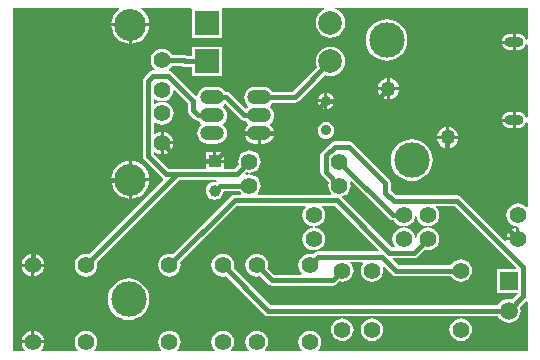
<source format=gbl>
%FSLAX44Y44*%
%MOMM*%
G71*
G01*
G75*
G04 Layer_Physical_Order=2*
G04 Layer_Color=16711680*
%ADD10R,1.4000X1.6000*%
%ADD11R,1.9000X1.9000*%
%ADD12R,1.3500X0.4000*%
%ADD13C,0.4000*%
%ADD14O,1.6000X0.9000*%
%ADD15O,2.0000X1.2500*%
%ADD16O,2.0000X1.2500*%
%ADD17C,1.4000*%
%ADD18C,2.7000*%
%ADD19R,2.0000X2.0000*%
%ADD20C,2.0000*%
%ADD21C,0.9000*%
%ADD22R,1.0000X1.0000*%
%ADD23C,1.0000*%
%ADD24C,1.5000*%
%ADD25R,1.5000X1.5000*%
%ADD26C,3.0000*%
%ADD27C,1.2700*%
G36*
X818650Y798789D02*
X817405Y798541D01*
X816780Y800051D01*
X815651Y801521D01*
X814181Y802650D01*
X812468Y803359D01*
X810630Y803601D01*
X808400D01*
Y796497D01*
Y789399D01*
X810630D01*
X812468Y789641D01*
X814181Y790351D01*
X815651Y791479D01*
X816780Y792950D01*
X817405Y794459D01*
X818650Y794211D01*
Y732789D01*
X817405Y732541D01*
X816780Y734050D01*
X815651Y735521D01*
X814181Y736649D01*
X812468Y737359D01*
X810630Y737601D01*
X808400D01*
Y730497D01*
Y723399D01*
X810630D01*
X812468Y723641D01*
X814181Y724351D01*
X815651Y725479D01*
X816780Y726950D01*
X817405Y728459D01*
X818650Y728211D01*
Y656952D01*
X817448Y656544D01*
X817064Y657044D01*
X815071Y658573D01*
X812750Y659534D01*
X810260Y659862D01*
X807770Y659534D01*
X805449Y658573D01*
X803456Y657044D01*
X801927Y655051D01*
X800966Y652730D01*
X800638Y650240D01*
X800966Y647750D01*
X801927Y645429D01*
X803456Y643436D01*
X805449Y641907D01*
X807770Y640946D01*
X809521Y640715D01*
Y639445D01*
X810260Y639543D01*
X811530Y639376D01*
Y629917D01*
X810263D01*
Y628650D01*
X800804D01*
X800797Y628706D01*
X799658Y628145D01*
X762352Y665451D01*
X760850Y666455D01*
X759079Y666807D01*
X759079Y666807D01*
X707021D01*
X702869Y670959D01*
Y677424D01*
X702869Y677424D01*
X702516Y679195D01*
X701513Y680697D01*
X670912Y711298D01*
X669410Y712302D01*
X667639Y712654D01*
X667639Y712654D01*
X655193D01*
X655193Y712654D01*
X653422Y712302D01*
X651920Y711298D01*
X644427Y703805D01*
X643423Y702303D01*
X643071Y700532D01*
X643071Y700532D01*
Y686721D01*
X643071Y686721D01*
X643423Y684949D01*
X644427Y683447D01*
X650141Y677733D01*
X650066Y677551D01*
X649738Y675060D01*
X650066Y672570D01*
X651027Y670249D01*
X652404Y668454D01*
X651843Y667315D01*
X590677D01*
X590116Y668454D01*
X591493Y670249D01*
X592455Y672570D01*
X592782Y675060D01*
X592455Y677551D01*
X591493Y679872D01*
X589964Y681864D01*
X587971Y683393D01*
X585651Y684355D01*
X583160Y684683D01*
X580670Y684355D01*
X580282Y684194D01*
X579576Y685250D01*
X580488Y686161D01*
X580670Y686086D01*
X583160Y685758D01*
X585651Y686086D01*
X587971Y687047D01*
X589964Y688576D01*
X591493Y690569D01*
X592455Y692890D01*
X592782Y695380D01*
X592455Y697871D01*
X591493Y700191D01*
X589964Y702184D01*
X587971Y703714D01*
X585651Y704675D01*
X583160Y705003D01*
X580670Y704675D01*
X578349Y703714D01*
X576356Y702184D01*
X574827Y700191D01*
X573866Y697871D01*
X573538Y695380D01*
X573866Y692890D01*
X573941Y692708D01*
X570392Y689159D01*
X561260D01*
Y694290D01*
X546180D01*
Y689159D01*
X514743D01*
X502215Y701687D01*
Y703111D01*
X503354Y703672D01*
X504399Y702870D01*
X506720Y701909D01*
X507940Y701748D01*
Y711201D01*
Y720659D01*
X506720Y720498D01*
X504399Y719537D01*
X503354Y718735D01*
X502215Y719297D01*
Y728111D01*
X503354Y728672D01*
X504399Y727871D01*
X506720Y726909D01*
X509210Y726581D01*
X511701Y726909D01*
X514021Y727871D01*
X516014Y729400D01*
X517543Y731393D01*
X518504Y733713D01*
X518832Y736204D01*
X518504Y738694D01*
X517543Y741015D01*
X516014Y743008D01*
X514021Y744537D01*
X511701Y745498D01*
X509210Y745826D01*
X506720Y745498D01*
X504399Y744537D01*
X503354Y743735D01*
X502215Y744297D01*
Y748111D01*
X503354Y748672D01*
X504399Y747871D01*
X506720Y746909D01*
X509210Y746581D01*
X511701Y746909D01*
X514021Y747871D01*
X516014Y749400D01*
X517543Y751393D01*
X518504Y753713D01*
X518716Y755319D01*
X519919Y755727D01*
X530803Y744843D01*
Y738838D01*
X530803Y738838D01*
X531155Y737067D01*
X532159Y735565D01*
X536477Y731247D01*
X536477Y731247D01*
X537979Y730244D01*
X539750Y729891D01*
X540192D01*
X541451Y728251D01*
X542358Y727555D01*
Y726285D01*
X541451Y725589D01*
X540042Y723753D01*
X539156Y721615D01*
X538854Y719320D01*
X539156Y717025D01*
X540042Y714887D01*
X541451Y713051D01*
X543287Y711642D01*
X545425Y710756D01*
X547720Y710454D01*
X555220D01*
X557515Y710756D01*
X559653Y711642D01*
X561489Y713051D01*
X562898Y714887D01*
X563784Y717025D01*
X564086Y719320D01*
X563784Y721615D01*
X562898Y723753D01*
X561489Y725589D01*
X560582Y726285D01*
Y727555D01*
X561489Y728251D01*
X562898Y730087D01*
X563784Y732226D01*
X564086Y734520D01*
X563784Y736815D01*
X562898Y738953D01*
X561489Y740789D01*
X560582Y741485D01*
Y742755D01*
X561489Y743451D01*
X561710Y743739D01*
X562978Y743822D01*
X575553Y731247D01*
X575553Y731247D01*
X577054Y730244D01*
X577054Y730244D01*
X577054Y730244D01*
D01*
X577054Y730244D01*
X577054Y730244D01*
X578826Y729891D01*
X578826Y729891D01*
X579992D01*
X581251Y728251D01*
X582158Y727555D01*
Y726285D01*
X581251Y725589D01*
X579842Y723753D01*
X578956Y721615D01*
X578821Y720590D01*
X603718D01*
X603584Y721615D01*
X602698Y723753D01*
X601289Y725589D01*
X600382Y726285D01*
Y727555D01*
X601289Y728251D01*
X602698Y730087D01*
X603584Y732226D01*
X603886Y734520D01*
X603584Y736815D01*
X602698Y738953D01*
X601289Y740789D01*
X600382Y741485D01*
Y742755D01*
X601289Y743451D01*
X602547Y745091D01*
X621390D01*
X621390Y745091D01*
X623162Y745443D01*
X624663Y746447D01*
X646771Y768555D01*
X648466Y767853D01*
X651740Y767422D01*
X655014Y767853D01*
X658064Y769116D01*
X660684Y771126D01*
X662694Y773746D01*
X663957Y776796D01*
X664388Y780070D01*
X663957Y783344D01*
X662694Y786394D01*
X660684Y789014D01*
X658064Y791024D01*
X655014Y792287D01*
X651740Y792718D01*
X648466Y792287D01*
X645416Y791024D01*
X642796Y789014D01*
X640787Y786394D01*
X639523Y783344D01*
X639092Y780070D01*
X639523Y776796D01*
X640225Y775101D01*
X619473Y754349D01*
X602547D01*
X601289Y755989D01*
X599453Y757398D01*
X597314Y758284D01*
X595020Y758586D01*
X587520D01*
X585225Y758284D01*
X583087Y757398D01*
X581251Y755989D01*
X579842Y754153D01*
X578956Y752015D01*
X578654Y749720D01*
X578956Y747426D01*
X579842Y745287D01*
X581251Y743451D01*
X582158Y742755D01*
Y741485D01*
X581251Y740789D01*
X580905Y740338D01*
X579637Y740255D01*
X566899Y752993D01*
X565397Y753997D01*
X563626Y754349D01*
X563626Y754349D01*
X562748D01*
X561489Y755989D01*
X559653Y757398D01*
X557515Y758284D01*
X555220Y758586D01*
X547720D01*
X545425Y758284D01*
X543287Y757398D01*
X541451Y755989D01*
X540042Y754153D01*
X539156Y752015D01*
X539061Y751289D01*
X537858Y750880D01*
X517623Y771115D01*
X516121Y772119D01*
X514350Y772471D01*
X514350Y772472D01*
X514350Y773122D01*
X516014Y774399D01*
X517543Y776392D01*
X517619Y776574D01*
X525751D01*
X526920Y775794D01*
X526920Y775793D01*
X526920Y775794D01*
D01*
X526920Y775793D01*
X526920Y775794D01*
X528691Y775441D01*
X534600D01*
Y767530D01*
X559680D01*
Y792610D01*
X534600D01*
Y784699D01*
X530498D01*
X529329Y785480D01*
X527558Y785832D01*
X527558Y785832D01*
X517619D01*
X517543Y786015D01*
X516014Y788007D01*
X514021Y789537D01*
X511701Y790498D01*
X509210Y790826D01*
X506720Y790498D01*
X504399Y789537D01*
X502406Y788007D01*
X500877Y786015D01*
X499916Y783694D01*
X499588Y781203D01*
X499916Y778713D01*
X500877Y776392D01*
X502406Y774399D01*
X503352Y773674D01*
X502944Y772471D01*
X501650D01*
X501650Y772471D01*
X499879Y772119D01*
X498377Y771115D01*
X498377Y771115D01*
X494313Y767051D01*
X493309Y765549D01*
X492957Y763778D01*
X492957Y763778D01*
Y699770D01*
X492957Y699770D01*
X493309Y697999D01*
X494313Y696497D01*
X509553Y681257D01*
X509553Y681257D01*
X510056Y680921D01*
X510181Y679657D01*
X447373Y616849D01*
X447191Y616924D01*
X444700Y617252D01*
X442210Y616924D01*
X439889Y615963D01*
X437896Y614434D01*
X436367Y612441D01*
X435406Y610120D01*
X435078Y607630D01*
X435406Y605140D01*
X436367Y602819D01*
X437896Y600826D01*
X439889Y599297D01*
X442210Y598335D01*
X444700Y598008D01*
X447191Y598335D01*
X449511Y599297D01*
X451504Y600826D01*
X453033Y602819D01*
X453995Y605140D01*
X454323Y607630D01*
X453995Y610120D01*
X453919Y610303D01*
X523517Y679901D01*
X555106D01*
X555372Y679024D01*
X554550Y678056D01*
X553720Y678165D01*
X551752Y677906D01*
X549917Y677146D01*
X548342Y675938D01*
X547134Y674362D01*
X546374Y672528D01*
X546115Y670560D01*
X546374Y668592D01*
X547134Y666758D01*
X548342Y665182D01*
X549917Y663974D01*
X551752Y663214D01*
X553720Y662955D01*
X555688Y663214D01*
X557523Y663974D01*
X559098Y665182D01*
X560306Y666758D01*
X561066Y668592D01*
X561308Y670431D01*
X574752D01*
X574827Y670249D01*
X576204Y668454D01*
X575643Y667315D01*
X570486D01*
X570486Y667315D01*
X568715Y666963D01*
X567213Y665959D01*
X567213Y665959D01*
X518103Y616849D01*
X517920Y616924D01*
X515430Y617252D01*
X512940Y616924D01*
X510619Y615963D01*
X508626Y614434D01*
X507097Y612441D01*
X506136Y610120D01*
X505808Y607630D01*
X506136Y605140D01*
X507097Y602819D01*
X508626Y600826D01*
X510619Y599297D01*
X512940Y598335D01*
X515430Y598008D01*
X517920Y598335D01*
X520241Y599297D01*
X522234Y600826D01*
X523763Y602819D01*
X524725Y605140D01*
X525052Y607630D01*
X524725Y610120D01*
X524649Y610303D01*
X572403Y658057D01*
X630078D01*
X630639Y656918D01*
X629207Y655051D01*
X628246Y652730D01*
X627918Y650240D01*
X628246Y647750D01*
X629207Y645429D01*
X630736Y643436D01*
X632729Y641907D01*
X635050Y640946D01*
X636801Y640715D01*
Y639445D01*
X635050Y639214D01*
X632729Y638253D01*
X630736Y636724D01*
X629207Y634731D01*
X628246Y632410D01*
X627918Y629920D01*
X628246Y627430D01*
X629207Y625109D01*
X630736Y623116D01*
X632729Y621587D01*
X635050Y620626D01*
X637540Y620298D01*
X640030Y620626D01*
X642351Y621587D01*
X644344Y623116D01*
X645873Y625109D01*
X646834Y627430D01*
X647162Y629920D01*
X646834Y632410D01*
X645873Y634731D01*
X644344Y636724D01*
X642351Y638253D01*
X640030Y639214D01*
X638279Y639445D01*
Y640715D01*
X640030Y640946D01*
X642351Y641907D01*
X644344Y643436D01*
X645873Y645429D01*
X646834Y647750D01*
X647162Y650240D01*
X646834Y652730D01*
X645873Y655051D01*
X644344Y657044D01*
X644688Y658057D01*
X655181D01*
X692755Y620482D01*
X692269Y619309D01*
X641180D01*
X641180Y619309D01*
X639408Y618957D01*
X637907Y617953D01*
X637907Y617953D01*
X636802Y616849D01*
X636620Y616924D01*
X634130Y617252D01*
X631639Y616924D01*
X629319Y615963D01*
X627326Y614434D01*
X625797Y612441D01*
X624835Y610120D01*
X624507Y607630D01*
X624835Y605140D01*
X625797Y602819D01*
X627326Y600826D01*
X627491Y600700D01*
X627082Y599497D01*
X603809D01*
X598349Y604957D01*
X598424Y605140D01*
X598752Y607630D01*
X598424Y610120D01*
X597463Y612441D01*
X595934Y614434D01*
X593941Y615963D01*
X591620Y616924D01*
X589130Y617252D01*
X586639Y616924D01*
X584319Y615963D01*
X582326Y614434D01*
X580797Y612441D01*
X579835Y610120D01*
X579507Y607630D01*
X579835Y605140D01*
X580797Y602819D01*
X582326Y600826D01*
X584319Y599297D01*
X586639Y598335D01*
X589130Y598008D01*
X591620Y598335D01*
X591802Y598411D01*
X598618Y591595D01*
X598618Y591595D01*
X599519Y590993D01*
X600120Y590591D01*
X601892Y590239D01*
X653637D01*
X653637Y590239D01*
X655409Y590591D01*
X656911Y591595D01*
X659197Y593881D01*
X659379Y593806D01*
X661870Y593478D01*
X664360Y593806D01*
X666681Y594767D01*
X668674Y596296D01*
X670203Y598289D01*
X671164Y600610D01*
X671492Y603100D01*
X671164Y605591D01*
X670203Y607911D01*
X668674Y609904D01*
X668724Y610051D01*
X678743D01*
X679305Y608912D01*
X678537Y607911D01*
X677575Y605591D01*
X677247Y603100D01*
X677575Y600610D01*
X678537Y598289D01*
X680066Y596296D01*
X682059Y594767D01*
X684379Y593806D01*
X686870Y593478D01*
X689360Y593806D01*
X691681Y594767D01*
X693674Y596296D01*
X695203Y598289D01*
X696164Y600610D01*
X696492Y603100D01*
X696164Y605591D01*
X695968Y606063D01*
X697024Y606769D01*
X703967Y599827D01*
X705468Y598824D01*
X707240Y598471D01*
X707240Y598471D01*
X753461D01*
X753537Y598289D01*
X755066Y596296D01*
X757059Y594767D01*
X759380Y593806D01*
X761870Y593478D01*
X764360Y593806D01*
X766681Y594767D01*
X768674Y596296D01*
X770203Y598289D01*
X771164Y600610D01*
X771492Y603100D01*
X771164Y605591D01*
X770203Y607911D01*
X768674Y609904D01*
X766681Y611433D01*
X764360Y612395D01*
X761870Y612722D01*
X759380Y612395D01*
X757059Y611433D01*
X755066Y609904D01*
X753537Y607911D01*
X753461Y607729D01*
X709157D01*
X704452Y612434D01*
X704938Y613607D01*
X722376D01*
X722376Y613607D01*
X724147Y613959D01*
X725649Y614963D01*
X731387Y620701D01*
X731570Y620626D01*
X734060Y620298D01*
X736550Y620626D01*
X738871Y621587D01*
X740864Y623116D01*
X742393Y625109D01*
X743354Y627430D01*
X743682Y629920D01*
X743354Y632410D01*
X742393Y634731D01*
X740864Y636724D01*
X738871Y638253D01*
X736550Y639214D01*
X734060Y639542D01*
X731570Y639214D01*
X729249Y638253D01*
X727256Y636724D01*
X725727Y634731D01*
X724766Y632410D01*
X724535Y630659D01*
X723265D01*
X723034Y632410D01*
X722073Y634731D01*
X720544Y636724D01*
X718551Y638253D01*
X716230Y639214D01*
X713740Y639542D01*
X711250Y639214D01*
X708929Y638253D01*
X706936Y636724D01*
X705407Y634731D01*
X704446Y632410D01*
X704118Y629920D01*
X704446Y627430D01*
X705407Y625109D01*
X706255Y624004D01*
X705693Y622865D01*
X703465D01*
X661525Y664806D01*
X661851Y665766D01*
X664171Y666727D01*
X666164Y668256D01*
X667693Y670249D01*
X668655Y672570D01*
X668982Y675060D01*
X668655Y677551D01*
X668494Y677939D01*
X669550Y678644D01*
X701227Y646967D01*
X702729Y645963D01*
X704501Y645611D01*
X704501Y645611D01*
X705331D01*
X705407Y645429D01*
X706936Y643436D01*
X708929Y641907D01*
X711250Y640946D01*
X713740Y640618D01*
X716230Y640946D01*
X718551Y641907D01*
X720544Y643436D01*
X722073Y645429D01*
X723034Y647750D01*
X723265Y649501D01*
X724535D01*
X724766Y647750D01*
X725727Y645429D01*
X727256Y643436D01*
X729249Y641907D01*
X731570Y640946D01*
X734060Y640618D01*
X736550Y640946D01*
X738871Y641907D01*
X740864Y643436D01*
X742393Y645429D01*
X743354Y647750D01*
X743682Y650240D01*
X743354Y652730D01*
X742393Y655051D01*
X740864Y657044D01*
X741035Y657549D01*
X757162D01*
X809137Y605573D01*
X808651Y604400D01*
X792600D01*
Y584320D01*
X810203D01*
Y583069D01*
X805695Y578562D01*
X805261Y578742D01*
X802640Y579087D01*
X800019Y578742D01*
X797577Y577730D01*
X795479Y576121D01*
X793870Y574023D01*
X793690Y573589D01*
X601017D01*
X569649Y604957D01*
X569724Y605140D01*
X570052Y607630D01*
X569724Y610120D01*
X568763Y612441D01*
X567234Y614434D01*
X565241Y615963D01*
X562920Y616924D01*
X560430Y617252D01*
X557939Y616924D01*
X555619Y615963D01*
X553626Y614434D01*
X552096Y612441D01*
X551135Y610120D01*
X550807Y607630D01*
X551135Y605140D01*
X552096Y602819D01*
X553626Y600826D01*
X555619Y599297D01*
X557939Y598335D01*
X560430Y598008D01*
X562920Y598335D01*
X563102Y598411D01*
X595826Y565687D01*
X595826Y565687D01*
X597328Y564683D01*
X597328Y564683D01*
X597328Y564683D01*
D01*
X597328Y564683D01*
X597328Y564683D01*
X599100Y564331D01*
X793690D01*
X793870Y563897D01*
X795479Y561799D01*
X797577Y560190D01*
X800019Y559178D01*
X802640Y558833D01*
X805261Y559178D01*
X807703Y560190D01*
X809801Y561799D01*
X811410Y563897D01*
X812422Y566339D01*
X812767Y568960D01*
X812422Y571581D01*
X812242Y572015D01*
X817477Y577251D01*
X818650Y576765D01*
Y534600D01*
X641311D01*
X640903Y535802D01*
X640934Y535826D01*
X642463Y537819D01*
X643424Y540139D01*
X643752Y542630D01*
X643424Y545120D01*
X642463Y547441D01*
X640934Y549434D01*
X638941Y550963D01*
X636620Y551924D01*
X634130Y552252D01*
X631639Y551924D01*
X629319Y550963D01*
X627326Y549434D01*
X625797Y547441D01*
X624835Y545120D01*
X624507Y542630D01*
X624835Y540139D01*
X625797Y537819D01*
X627326Y535826D01*
X627357Y535802D01*
X626948Y534600D01*
X596311D01*
X595903Y535802D01*
X595934Y535826D01*
X597463Y537819D01*
X598424Y540139D01*
X598752Y542630D01*
X598424Y545120D01*
X597463Y547441D01*
X595934Y549434D01*
X593941Y550963D01*
X591620Y551924D01*
X589130Y552252D01*
X586639Y551924D01*
X584319Y550963D01*
X582326Y549434D01*
X580797Y547441D01*
X579835Y545120D01*
X579507Y542630D01*
X579835Y540139D01*
X580797Y537819D01*
X582326Y535826D01*
X582356Y535802D01*
X581948Y534600D01*
X567611D01*
X567203Y535802D01*
X567234Y535826D01*
X568763Y537819D01*
X569724Y540139D01*
X570052Y542630D01*
X569724Y545120D01*
X568763Y547441D01*
X567234Y549434D01*
X565241Y550963D01*
X562920Y551924D01*
X560430Y552252D01*
X557939Y551924D01*
X555619Y550963D01*
X553626Y549434D01*
X552096Y547441D01*
X551135Y545120D01*
X550807Y542630D01*
X551135Y540139D01*
X552096Y537819D01*
X553626Y535826D01*
X553656Y535802D01*
X553248Y534600D01*
X522612D01*
X522203Y535802D01*
X522234Y535826D01*
X523763Y537819D01*
X524725Y540139D01*
X525052Y542630D01*
X524725Y545120D01*
X523763Y547441D01*
X522234Y549434D01*
X520241Y550963D01*
X517920Y551924D01*
X515430Y552252D01*
X512940Y551924D01*
X510619Y550963D01*
X508626Y549434D01*
X507097Y547441D01*
X506136Y545120D01*
X505808Y542630D01*
X506136Y540139D01*
X507097Y537819D01*
X508626Y535826D01*
X508657Y535802D01*
X508248Y534600D01*
X451882D01*
X451473Y535802D01*
X451504Y535826D01*
X453033Y537819D01*
X453995Y540139D01*
X454323Y542630D01*
X453995Y545120D01*
X453033Y547441D01*
X451504Y549434D01*
X449511Y550963D01*
X447191Y551924D01*
X444700Y552252D01*
X442210Y551924D01*
X439889Y550963D01*
X437896Y549434D01*
X436367Y547441D01*
X435406Y545120D01*
X435078Y542630D01*
X435406Y540139D01*
X436367Y537819D01*
X437896Y535826D01*
X437927Y535802D01*
X437519Y534600D01*
X406881D01*
X406473Y535802D01*
X406504Y535826D01*
X408033Y537819D01*
X408994Y540139D01*
X409155Y541360D01*
X390245D01*
X390406Y540139D01*
X391367Y537819D01*
X392896Y535826D01*
X392927Y535802D01*
X392519Y534600D01*
X382830D01*
Y825401D01*
X472340D01*
X472768Y824205D01*
X470813Y822600D01*
X468809Y820158D01*
X467319Y817371D01*
X466402Y814348D01*
X466217Y812473D01*
X498202D01*
X498018Y814348D01*
X497101Y817371D01*
X495611Y820158D01*
X493607Y822600D01*
X491164Y824605D01*
X491364Y825401D01*
X533702D01*
X534600Y824503D01*
Y800260D01*
X559680D01*
Y824503D01*
X559680Y824503D01*
D01*
D01*
X559680Y825340D01*
D01*
X559740Y825401D01*
X646136D01*
X646384Y824155D01*
X645416Y823754D01*
X642796Y821744D01*
X640787Y819125D01*
X639523Y816074D01*
X639092Y812801D01*
X639523Y809527D01*
X640787Y806476D01*
X642796Y803857D01*
X645416Y801847D01*
X648466Y800583D01*
X651740Y800152D01*
X655014Y800583D01*
X658064Y801847D01*
X660684Y803857D01*
X662694Y806476D01*
X663957Y809527D01*
X664388Y812801D01*
X663957Y816074D01*
X662694Y819125D01*
X660684Y821744D01*
X658064Y823754D01*
X655014Y825018D01*
X655039Y825401D01*
X818650D01*
Y798789D01*
D02*
G37*
%LPC*%
G36*
X480940Y695946D02*
X479066Y695761D01*
X476042Y694844D01*
X473255Y693355D01*
X470813Y691350D01*
X468809Y688908D01*
X467319Y686121D01*
X466402Y683098D01*
X466217Y681223D01*
X480940D01*
Y695946D01*
D02*
G37*
G36*
X483480D02*
Y681223D01*
X498202D01*
X498018Y683098D01*
X497101Y686121D01*
X495611Y688908D01*
X493607Y691350D01*
X491164Y693355D01*
X488378Y694844D01*
X485354Y695761D01*
X483480Y695946D01*
D02*
G37*
G36*
X720500Y714125D02*
X717062Y713786D01*
X713755Y712783D01*
X710708Y711154D01*
X708037Y708963D01*
X705845Y706292D01*
X704217Y703245D01*
X703214Y699939D01*
X702875Y696500D01*
X703214Y693062D01*
X704217Y689755D01*
X705845Y686708D01*
X708037Y684037D01*
X710708Y681845D01*
X713755Y680217D01*
X717062Y679214D01*
X720500Y678875D01*
X723939Y679214D01*
X727245Y680217D01*
X730292Y681845D01*
X732963Y684037D01*
X735154Y686708D01*
X736783Y689755D01*
X737786Y693062D01*
X738125Y696500D01*
X737786Y699939D01*
X736783Y703245D01*
X735154Y706292D01*
X732963Y708963D01*
X730292Y711154D01*
X727245Y712783D01*
X723939Y713786D01*
X720500Y714125D01*
D02*
G37*
G36*
X480940Y678683D02*
X466217D01*
X466402Y676809D01*
X467319Y673785D01*
X468809Y670999D01*
X470813Y668557D01*
X473255Y666552D01*
X476042Y665063D01*
X479066Y664146D01*
X480940Y663961D01*
Y678683D01*
D02*
G37*
G36*
X498202D02*
X483480D01*
Y663961D01*
X485354Y664146D01*
X488378Y665063D01*
X491164Y666552D01*
X493607Y668557D01*
X495611Y670999D01*
X497101Y673785D01*
X498018Y676809D01*
X498202Y678683D01*
D02*
G37*
G36*
X749690Y714440D02*
X742160D01*
X742299Y713389D01*
X743195Y711227D01*
X744620Y709370D01*
X746477Y707945D01*
X748639Y707049D01*
X749690Y706910D01*
Y714440D01*
D02*
G37*
G36*
X759760D02*
X752230D01*
Y706910D01*
X753281Y707049D01*
X755443Y707945D01*
X757300Y709370D01*
X758725Y711227D01*
X759621Y713389D01*
X759760Y714440D01*
D02*
G37*
G36*
X518665Y709934D02*
X510480D01*
Y701748D01*
X511701Y701909D01*
X514021Y702870D01*
X516014Y704400D01*
X517543Y706392D01*
X518504Y708713D01*
X518665Y709934D01*
D02*
G37*
G36*
X552450Y703100D02*
X546180D01*
Y696830D01*
X552450D01*
Y703100D01*
D02*
G37*
G36*
X561260D02*
X554990D01*
Y696830D01*
X561260D01*
Y703100D01*
D02*
G37*
G36*
X808990Y639375D02*
X807770Y639214D01*
X805449Y638253D01*
X803456Y636724D01*
X801927Y634731D01*
X800966Y632410D01*
X800805Y631190D01*
X808990D01*
Y639375D01*
D02*
G37*
G36*
X398430Y552085D02*
X397210Y551924D01*
X394889Y550963D01*
X392896Y549434D01*
X391367Y547441D01*
X390406Y545120D01*
X390245Y543900D01*
X398430D01*
Y552085D01*
D02*
G37*
G36*
X400970D02*
Y543900D01*
X409155D01*
X408994Y545120D01*
X408033Y547441D01*
X406504Y549434D01*
X404511Y550963D01*
X402190Y551924D01*
X400970Y552085D01*
D02*
G37*
G36*
X761870Y562722D02*
X759380Y562394D01*
X757059Y561433D01*
X755066Y559904D01*
X753537Y557911D01*
X752576Y555590D01*
X752248Y553100D01*
X752576Y550609D01*
X753537Y548289D01*
X755066Y546296D01*
X757059Y544767D01*
X759380Y543805D01*
X761870Y543477D01*
X764360Y543805D01*
X766681Y544767D01*
X768674Y546296D01*
X770203Y548289D01*
X771164Y550609D01*
X771492Y553100D01*
X771164Y555590D01*
X770203Y557911D01*
X768674Y559904D01*
X766681Y561433D01*
X764360Y562394D01*
X761870Y562722D01*
D02*
G37*
G36*
X661870D02*
X659379Y562394D01*
X657058Y561433D01*
X655066Y559904D01*
X653537Y557911D01*
X652575Y555590D01*
X652247Y553100D01*
X652575Y550609D01*
X653537Y548289D01*
X655066Y546296D01*
X657058Y544767D01*
X659379Y543805D01*
X661870Y543477D01*
X664360Y543805D01*
X666681Y544767D01*
X668674Y546296D01*
X670203Y548289D01*
X671164Y550609D01*
X671492Y553100D01*
X671164Y555590D01*
X670203Y557911D01*
X668674Y559904D01*
X666681Y561433D01*
X664360Y562394D01*
X661870Y562722D01*
D02*
G37*
G36*
X686870D02*
X684379Y562394D01*
X682059Y561433D01*
X680066Y559904D01*
X678537Y557911D01*
X677575Y555590D01*
X677247Y553100D01*
X677575Y550609D01*
X678537Y548289D01*
X680066Y546296D01*
X682059Y544767D01*
X684379Y543805D01*
X686870Y543477D01*
X689360Y543805D01*
X691681Y544767D01*
X693674Y546296D01*
X695203Y548289D01*
X696164Y550609D01*
X696492Y553100D01*
X696164Y555590D01*
X695203Y557911D01*
X693674Y559904D01*
X691681Y561433D01*
X689360Y562394D01*
X686870Y562722D01*
D02*
G37*
G36*
X398430Y617085D02*
X397210Y616924D01*
X394889Y615963D01*
X392896Y614434D01*
X391367Y612441D01*
X390406Y610120D01*
X390245Y608900D01*
X398430D01*
Y617085D01*
D02*
G37*
G36*
X400970D02*
Y608900D01*
X409155D01*
X408994Y610120D01*
X408033Y612441D01*
X406504Y614434D01*
X404511Y615963D01*
X402190Y616924D01*
X400970Y617085D01*
D02*
G37*
G36*
X409155Y606360D02*
X400970D01*
Y598175D01*
X402190Y598335D01*
X404511Y599297D01*
X406504Y600826D01*
X408033Y602819D01*
X408994Y605140D01*
X409155Y606360D01*
D02*
G37*
G36*
X480750Y596375D02*
X477312Y596036D01*
X474005Y595033D01*
X470958Y593405D01*
X468287Y591213D01*
X466096Y588542D01*
X464467Y585495D01*
X463464Y582188D01*
X463125Y578750D01*
X463464Y575312D01*
X464467Y572005D01*
X466096Y568958D01*
X468287Y566287D01*
X470958Y564095D01*
X474005Y562467D01*
X477312Y561464D01*
X480750Y561125D01*
X484188Y561464D01*
X487495Y562467D01*
X490542Y564095D01*
X493213Y566287D01*
X495405Y568958D01*
X497033Y572005D01*
X498036Y575312D01*
X498375Y578750D01*
X498036Y582188D01*
X497033Y585495D01*
X495405Y588542D01*
X493213Y591213D01*
X490542Y593405D01*
X487495Y595033D01*
X484188Y596036D01*
X480750Y596375D01*
D02*
G37*
G36*
X398430Y606360D02*
X390245D01*
X390406Y605140D01*
X391367Y602819D01*
X392896Y600826D01*
X394889Y599297D01*
X397210Y598335D01*
X398430Y598175D01*
Y606360D01*
D02*
G37*
G36*
X699480Y765799D02*
X698429Y765661D01*
X696267Y764765D01*
X694410Y763340D01*
X692985Y761483D01*
X692089Y759321D01*
X691951Y758270D01*
X699480D01*
Y765799D01*
D02*
G37*
G36*
X702020D02*
Y758270D01*
X709549D01*
X709411Y759321D01*
X708515Y761483D01*
X707090Y763340D01*
X705233Y764765D01*
X703071Y765661D01*
X702020Y765799D01*
D02*
G37*
G36*
X709549Y755730D02*
X702020D01*
Y748201D01*
X703071Y748339D01*
X705233Y749235D01*
X707090Y750660D01*
X708515Y752517D01*
X709411Y754679D01*
X709549Y755730D01*
D02*
G37*
G36*
X649180Y753613D02*
Y747950D01*
X654844D01*
X654769Y748518D01*
X654060Y750230D01*
X652931Y751701D01*
X651461Y752829D01*
X649748Y753539D01*
X649180Y753613D01*
D02*
G37*
G36*
X699480Y755730D02*
X691951D01*
X692089Y754679D01*
X692985Y752517D01*
X694410Y750660D01*
X696267Y749235D01*
X698429Y748339D01*
X699480Y748201D01*
Y755730D01*
D02*
G37*
G36*
X498202Y809933D02*
X483480D01*
Y795211D01*
X485354Y795395D01*
X488378Y796313D01*
X491164Y797802D01*
X493607Y799807D01*
X495611Y802249D01*
X497101Y805035D01*
X498018Y808059D01*
X498202Y809933D01*
D02*
G37*
G36*
X805860Y803601D02*
X803630D01*
X801792Y803359D01*
X800080Y802650D01*
X798609Y801521D01*
X797481Y800051D01*
X796771Y798338D01*
X796697Y797770D01*
X805860D01*
Y803601D01*
D02*
G37*
G36*
X480940Y809933D02*
X466217D01*
X466402Y808059D01*
X467319Y805035D01*
X468809Y802249D01*
X470813Y799807D01*
X473255Y797802D01*
X476042Y796313D01*
X479066Y795395D01*
X480940Y795211D01*
Y809933D01*
D02*
G37*
G36*
X699250Y815875D02*
X695812Y815536D01*
X692505Y814533D01*
X689458Y812905D01*
X686787Y810713D01*
X684595Y808042D01*
X682967Y804995D01*
X681964Y801688D01*
X681625Y798250D01*
X681964Y794811D01*
X682967Y791505D01*
X684595Y788458D01*
X686787Y785787D01*
X689458Y783596D01*
X692505Y781967D01*
X695812Y780964D01*
X699250Y780625D01*
X702689Y780964D01*
X705995Y781967D01*
X709042Y783596D01*
X711713Y785787D01*
X713904Y788458D01*
X715533Y791505D01*
X716536Y794811D01*
X716875Y798250D01*
X716536Y801688D01*
X715533Y804995D01*
X713904Y808042D01*
X711713Y810713D01*
X709042Y812905D01*
X705995Y814533D01*
X702689Y815536D01*
X699250Y815875D01*
D02*
G37*
G36*
X805860Y795230D02*
X796697D01*
X796771Y794662D01*
X797481Y792950D01*
X798609Y791479D01*
X800080Y790351D01*
X801792Y789641D01*
X803630Y789399D01*
X805860D01*
Y795230D01*
D02*
G37*
G36*
X646640Y753613D02*
X646072Y753539D01*
X644360Y752829D01*
X642889Y751701D01*
X641761Y750230D01*
X641051Y748518D01*
X640977Y747950D01*
X646640D01*
Y753613D01*
D02*
G37*
G36*
X647910Y728781D02*
X646072Y728539D01*
X644360Y727830D01*
X642889Y726701D01*
X641761Y725230D01*
X641051Y723518D01*
X640810Y721680D01*
X641051Y719842D01*
X641761Y718130D01*
X642889Y716659D01*
X644360Y715531D01*
X646072Y714821D01*
X647910Y714579D01*
X649748Y714821D01*
X651461Y715531D01*
X652931Y716659D01*
X654060Y718130D01*
X654769Y719842D01*
X655011Y721680D01*
X654769Y723518D01*
X654060Y725230D01*
X652931Y726701D01*
X651461Y727830D01*
X649748Y728539D01*
X647910Y728781D01*
D02*
G37*
G36*
X749690Y724510D02*
X748639Y724371D01*
X746477Y723475D01*
X744620Y722050D01*
X743195Y720193D01*
X742299Y718031D01*
X742160Y716980D01*
X749690D01*
Y724510D01*
D02*
G37*
G36*
X510480Y720659D02*
Y712474D01*
X518665D01*
X518504Y713694D01*
X517543Y716015D01*
X516014Y718008D01*
X514021Y719537D01*
X511701Y720498D01*
X510480Y720659D01*
D02*
G37*
G36*
X590000Y718050D02*
X578821D01*
X578956Y717025D01*
X579842Y714887D01*
X581251Y713051D01*
X583087Y711642D01*
X585225Y710756D01*
X587520Y710454D01*
X590000D01*
Y718050D01*
D02*
G37*
G36*
X603718D02*
X592540D01*
Y710454D01*
X595020D01*
X597314Y710756D01*
X599453Y711642D01*
X601289Y713051D01*
X602698Y714887D01*
X603584Y717025D01*
X603718Y718050D01*
D02*
G37*
G36*
X646640Y745410D02*
X640977D01*
X641051Y744842D01*
X641761Y743129D01*
X642889Y741659D01*
X644360Y740530D01*
X646072Y739821D01*
X646640Y739746D01*
Y745410D01*
D02*
G37*
G36*
X654844D02*
X649180D01*
Y739746D01*
X649748Y739821D01*
X651461Y740530D01*
X652931Y741659D01*
X654060Y743129D01*
X654769Y744842D01*
X654844Y745410D01*
D02*
G37*
G36*
X805860Y737601D02*
X803630D01*
X801792Y737359D01*
X800080Y736649D01*
X798609Y735521D01*
X797481Y734050D01*
X796771Y732338D01*
X796697Y731770D01*
X805860D01*
Y737601D01*
D02*
G37*
G36*
X752230Y724510D02*
Y716980D01*
X759760D01*
X759621Y718031D01*
X758725Y720193D01*
X757300Y722050D01*
X755443Y723475D01*
X753281Y724371D01*
X752230Y724510D01*
D02*
G37*
G36*
X805860Y729230D02*
X796697D01*
X796771Y728662D01*
X797481Y726950D01*
X798609Y725479D01*
X800080Y724351D01*
X801792Y723641D01*
X803630Y723399D01*
X805860D01*
Y729230D01*
D02*
G37*
%LPD*%
D13*
X750500Y689250D02*
Y715710D01*
X750960D01*
X750500Y689250D02*
X759280Y680470D01*
X509210Y781203D02*
X527558D01*
X528691Y780070D01*
X547140D01*
X551470Y749720D02*
X563626D01*
X578826Y734520D01*
X591270D01*
X634130Y607630D02*
X641180Y614680D01*
X695660D01*
X707240Y603100D01*
X761870D01*
X621390Y749720D02*
X651740Y780070D01*
X591270Y749720D02*
X621390D01*
X553720Y695560D02*
X577480Y719320D01*
X591270D01*
X521600Y684530D02*
X572310D01*
X509210Y711204D02*
X524853Y695560D01*
X553720D01*
X399700Y607630D02*
Y649636D01*
X430017Y679953D01*
X482210D01*
X599100Y568960D02*
X802640D01*
X560430Y607630D02*
X599100Y568960D01*
X515430Y607630D02*
X570486Y662686D01*
X657098D01*
X701548Y618236D01*
X722376D01*
X734060Y629920D01*
X553720Y670560D02*
X558220Y675060D01*
X583160D01*
X620550Y719320D02*
X647910Y746680D01*
X591270Y719320D02*
X620550D01*
X759280Y680470D02*
X759710D01*
X810260Y629920D01*
X589130Y607630D02*
X601892Y594868D01*
X653637D01*
X661870Y603100D01*
X539750Y734520D02*
X551470D01*
X535432Y738838D02*
X539750Y734520D01*
X535432Y738838D02*
Y746760D01*
X514350Y767842D02*
X535432Y746760D01*
X501650Y767842D02*
X514350D01*
X497586Y763778D02*
X501650Y767842D01*
X497586Y699770D02*
Y763778D01*
Y699770D02*
X512826Y684530D01*
X572310D02*
X583160Y695380D01*
X659360D02*
X704501Y650240D01*
X713740D01*
X647700Y686721D02*
X659360Y675060D01*
X647700Y686721D02*
Y700532D01*
X655193Y708025D01*
X667639D01*
X698240Y677424D01*
Y669042D02*
Y677424D01*
Y669042D02*
X705104Y662178D01*
X759079D01*
X814832Y606425D01*
Y581152D02*
Y606425D01*
X802640Y568960D02*
X814832Y581152D01*
X444700Y607630D02*
X521600Y684530D01*
X512826D02*
X521600D01*
X572310D01*
X690430Y746680D02*
X700750Y757000D01*
X647910Y746680D02*
X690430D01*
D14*
X807130Y796500D02*
D03*
Y730500D02*
D03*
D15*
X591270Y749720D02*
D03*
Y719320D02*
D03*
X551470D02*
D03*
Y749720D02*
D03*
D16*
X591270Y734520D02*
D03*
X551470D02*
D03*
D17*
X637540Y650240D02*
D03*
X713740D02*
D03*
X509210Y781203D02*
D03*
Y756204D02*
D03*
Y736204D02*
D03*
Y711204D02*
D03*
X444700Y542630D02*
D03*
Y607630D02*
D03*
X399700Y542630D02*
D03*
Y607630D02*
D03*
X589130D02*
D03*
Y542630D02*
D03*
X634130Y607630D02*
D03*
Y542630D02*
D03*
X583160Y695380D02*
D03*
X659360D02*
D03*
X713740Y629920D02*
D03*
X637540D02*
D03*
X661870Y553100D02*
D03*
X686870D02*
D03*
X761870D02*
D03*
Y603100D02*
D03*
X686870D02*
D03*
X661870D02*
D03*
X810260Y650240D02*
D03*
X734060D02*
D03*
X659360Y675060D02*
D03*
X583160D02*
D03*
X810260Y629920D02*
D03*
X734060D02*
D03*
X560430Y542630D02*
D03*
Y607630D02*
D03*
X515430Y542630D02*
D03*
Y607630D02*
D03*
D18*
X482210Y811203D02*
D03*
Y679953D02*
D03*
D19*
X547140Y780070D02*
D03*
Y812801D02*
D03*
D20*
X651740Y780070D02*
D03*
Y812801D02*
D03*
D21*
X647910Y721680D02*
D03*
Y746680D02*
D03*
D22*
X553720Y695560D02*
D03*
D23*
Y670560D02*
D03*
D24*
X802640Y568960D02*
D03*
D25*
Y594360D02*
D03*
D26*
X480750Y578750D02*
D03*
X720500Y696500D02*
D03*
X699250Y798250D02*
D03*
D27*
X700750Y757000D02*
D03*
X750960Y715710D02*
D03*
M02*

</source>
